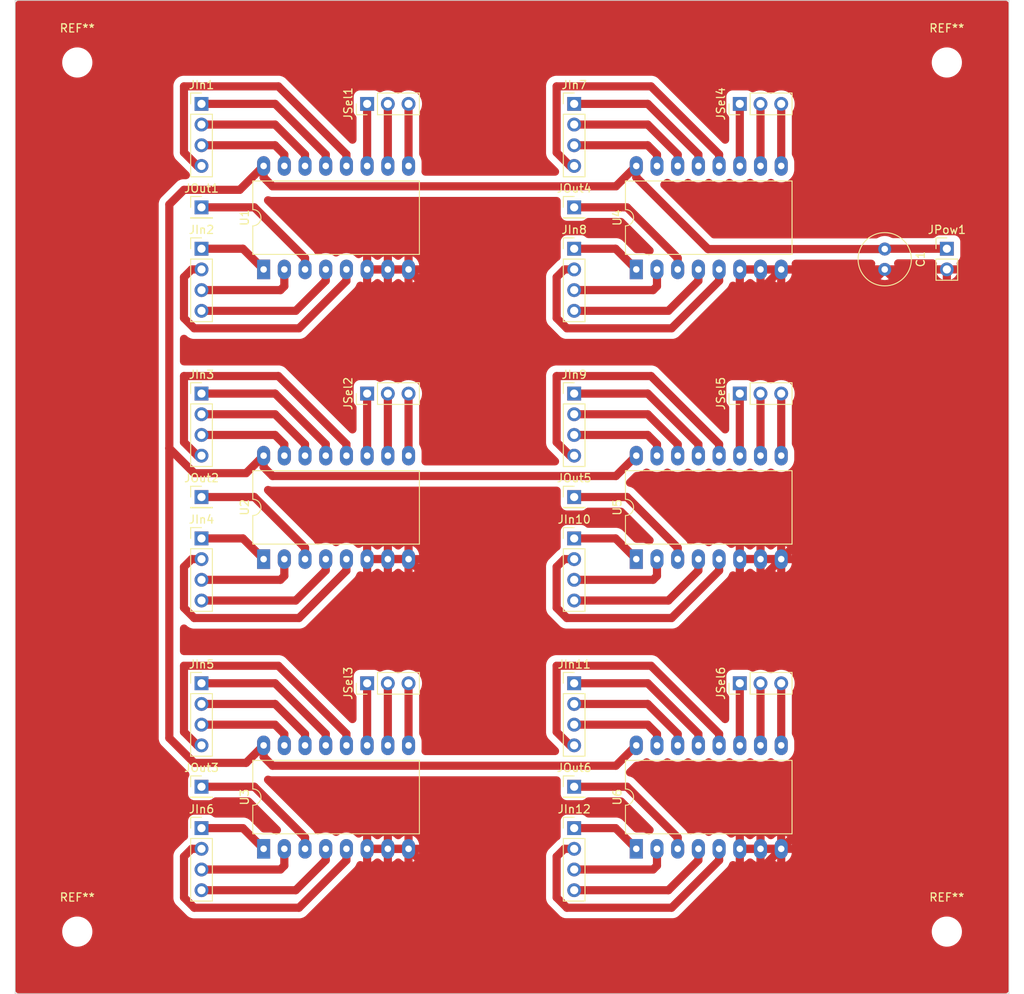
<source format=kicad_pcb>
(kicad_pcb (version 20221018) (generator pcbnew)
  (layers (0 "F.Cu" signal) (31 "B.Cu" signal) (34 "B.Paste" user) (35 "F.Paste" user) (36 "B.SilkS" user "B.Silkscreen") (37 "F.SilkS" user "F.Silkscreen") (38 "B.Mask" user) (39 "F.Mask" user) (44 "Edge.Cuts" user))
  (net 0 "")
  (net 1 "GND")
  (net 2 "Net-(JSel1-Pin_3)")
  (net 3 "Net-(JSel1-Pin_2)")
  (net 4 "Net-(JSel1-Pin_1)")
  (net 5 "Net-(JIn1-Pin_4)")
  (net 6 "Net-(JIn1-Pin_1)")
  (net 7 "Net-(JIn1-Pin_2)")
  (net 8 "Net-(JIn1-Pin_3)")
  (net 9 "Net-(JSel2-Pin_3)")
  (net 10 "Net-(JSel2-Pin_2)")
  (net 11 "Net-(JSel2-Pin_1)")
  (net 12 "Net-(JIn2-Pin_4)")
  (net 13 "Net-(JIn2-Pin_1)")
  (net 14 "Net-(JIn2-Pin_2)")
  (net 15 "Net-(JIn2-Pin_3)")
  (net 16 "Net-(JSel3-Pin_3)")
  (net 17 "Net-(JSel3-Pin_2)")
  (net 18 "Net-(JSel3-Pin_1)")
  (net 19 "Net-(JIn3-Pin_4)")
  (net 20 "Net-(JIn3-Pin_1)")
  (net 21 "Net-(JIn3-Pin_2)")
  (net 22 "Net-(JIn3-Pin_3)")
  (net 23 "VCC")
  (net 24 "Net-(JSel4-Pin_3)")
  (net 25 "Net-(JSel4-Pin_2)")
  (net 26 "Net-(JSel4-Pin_1)")
  (net 27 "Net-(JIn4-Pin_4)")
  (net 28 "Net-(JIn4-Pin_1)")
  (net 29 "Net-(JIn4-Pin_2)")
  (net 30 "Net-(JIn4-Pin_3)")
  (net 31 "Net-(JSel5-Pin_3)")
  (net 32 "Net-(JSel5-Pin_2)")
  (net 33 "Net-(JSel5-Pin_1)")
  (net 34 "Net-(JIn5-Pin_4)")
  (net 35 "Net-(JIn5-Pin_1)")
  (net 36 "Net-(JIn5-Pin_2)")
  (net 37 "Net-(JIn5-Pin_3)")
  (net 38 "Net-(JSel6-Pin_3)")
  (net 39 "Net-(JSel6-Pin_2)")
  (net 40 "Net-(JSel6-Pin_1)")
  (net 41 "Net-(JIn6-Pin_4)")
  (net 42 "Net-(JIn6-Pin_1)")
  (net 43 "Net-(JIn6-Pin_2)")
  (net 44 "Net-(JIn6-Pin_3)")
  (net 45 "Net-(JIn7-Pin_1)")
  (net 46 "Net-(JIn7-Pin_2)")
  (net 47 "Net-(JIn7-Pin_3)")
  (net 48 "Net-(JIn7-Pin_4)")
  (net 49 "Net-(JIn8-Pin_1)")
  (net 50 "Net-(JIn8-Pin_2)")
  (net 51 "Net-(JIn8-Pin_3)")
  (net 52 "Net-(JIn8-Pin_4)")
  (net 53 "Net-(JIn9-Pin_1)")
  (net 54 "Net-(JIn9-Pin_2)")
  (net 55 "Net-(JIn9-Pin_3)")
  (net 56 "Net-(JIn9-Pin_4)")
  (net 57 "Net-(JIn10-Pin_1)")
  (net 58 "Net-(JIn10-Pin_2)")
  (net 59 "Net-(JIn10-Pin_3)")
  (net 60 "Net-(JIn10-Pin_4)")
  (net 61 "Net-(JIn11-Pin_1)")
  (net 62 "Net-(JIn11-Pin_2)")
  (net 63 "Net-(JIn11-Pin_3)")
  (net 64 "Net-(JIn11-Pin_4)")
  (net 65 "Net-(JIn12-Pin_1)")
  (net 66 "Net-(JIn12-Pin_2)")
  (net 67 "Net-(JIn12-Pin_3)")
  (net 68 "Net-(JIn12-Pin_4)")
  (net 69 "Net-(JOut1-Pin_1)")
  (net 70 "Net-(JOut2-Pin_1)")
  (net 71 "Net-(JOut3-Pin_1)")
  (net 72 "Net-(JOut4-Pin_1)")
  (net 73 "Net-(JOut5-Pin_1)")
  (net 74 "Net-(JOut6-Pin_1)")
  (footprint "Connector_PinHeader_2.54mm:PinHeader_1x04_P2.54mm_Vertical" (layer "F.Cu") (at 134.62 88.9)
    (fp_text reference "JIn10")
    (fp_text value "Conn_01x04")
  )
  (footprint "Connector_PinHeader_2.54mm:PinHeader_1x04_P2.54mm_Vertical" (layer "F.Cu") (at 134.62 71.12)
    (fp_text reference "JIn9")
    (fp_text value "Conn_01x04")
  )
  (footprint "Connector_PinHeader_2.54mm:PinHeader_1x04_P2.54mm_Vertical" (layer "F.Cu") (at 88.9 35.56)
    (fp_text reference "JIn1")
    (fp_text value "Conn_01x04")
  )
  (footprint "Connector_PinHeader_2.54mm:PinHeader_1x04_P2.54mm_Vertical" (layer "F.Cu") (at 134.62 106.68)
    (fp_text reference "JIn11")
    (fp_text value "Conn_01x04")
  )
  (footprint "Library:DIP-16_W12.7mm_LongPads" (layer "F.Cu") (at 142.24 127 90)
    (fp_text reference "U6")
    (fp_text value "74HC4051")
  )
  (footprint "Library:DIP-16_W12.7mm_LongPads" (layer "F.Cu") (at 142.24 55.88 90)
    (fp_text reference "U4")
    (fp_text value "74HC4051")
  )
  (footprint "Connector_PinHeader_2.54mm:PinHeader_1x04_P2.54mm_Vertical" (layer "F.Cu") (at 88.9 124.46)
    (fp_text reference "JIn6")
    (fp_text value "Conn_01x04")
  )
  (footprint "Library:DIP-16_W12.7mm_LongPads" (layer "F.Cu") (at 96.52 55.88 90)
    (fp_text reference "U1")
    (fp_text value "74HC4051")
  )
  (footprint "Connector_PinHeader_2.54mm:PinHeader_1x02_P2.54mm_Vertical" (layer "F.Cu") (at 180.34 53.34)
    (fp_text reference "JPow1")
    (fp_text value "Conn_01x02")
  )
  (footprint "MountingHole:MountingHole_3.2mm_M3" (layer "F.Cu") (at 180.34 30.48)
    (fp_text reference "REF**")
    (fp_text value "MountingHole_3.2mm_M3")
  )
  (footprint "Connector_PinHeader_2.54mm:PinHeader_1x04_P2.54mm_Vertical" (layer "F.Cu") (at 134.62 35.56)
    (fp_text reference "JIn7")
    (fp_text value "Conn_01x04")
  )
  (footprint "Connector_PinHeader_2.54mm:PinHeader_1x01_P2.54mm_Vertical" (layer "F.Cu") (at 134.62 48.26)
    (fp_text reference "JOut4")
    (fp_text value "Conn_01x01")
  )
  (footprint "Library:DIP-16_W12.7mm_LongPads" (layer "F.Cu") (at 96.52 127 90)
    (fp_text reference "U3")
    (fp_text value "74HC4051")
  )
  (footprint "Connector_PinHeader_2.54mm:PinHeader_1x04_P2.54mm_Vertical" (layer "F.Cu") (at 134.62 124.46)
    (fp_text reference "JIn12")
    (fp_text value "Conn_01x04")
  )
  (footprint "Connector_PinHeader_2.54mm:PinHeader_1x03_P2.54mm_Vertical" (layer "F.Cu") (at 154.94 71.12 90)
    (fp_text reference "JSel5")
    (fp_text value "Conn_01x03")
  )
  (footprint "Connector_PinHeader_2.54mm:PinHeader_1x04_P2.54mm_Vertical" (layer "F.Cu") (at 88.9 71.12)
    (fp_text reference "JIn3")
    (fp_text value "Conn_01x04")
  )
  (footprint "MountingHole:MountingHole_3.2mm_M3" (layer "F.Cu") (at 180.34 137.16)
    (fp_text reference "REF**")
    (fp_text value "MountingHole_3.2mm_M3")
  )
  (footprint "Connector_PinHeader_2.54mm:PinHeader_1x03_P2.54mm_Vertical" (layer "F.Cu") (at 109.22 71.12 90)
    (fp_text reference "JSel2")
    (fp_text value "Conn_01x03")
  )
  (footprint "Library:DIP-16_W12.7mm_LongPads" (layer "F.Cu") (at 96.52 91.44 90)
    (fp_text reference "U2")
    (fp_text value "74HC4051")
  )
  (footprint "Capacitor_THT:C_Radial_D6.3mm_H5.0mm_P2.50mm" (layer "F.Cu") (at 172.72 53.38 -90)
    (fp_text reference "C1")
    (fp_text value "C")
  )
  (footprint "MountingHole:MountingHole_3.2mm_M3" (layer "F.Cu") (at 73.66 137.16)
    (fp_text reference "REF**")
    (fp_text value "MountingHole_3.2mm_M3")
  )
  (footprint "Connector_PinHeader_2.54mm:PinHeader_1x04_P2.54mm_Vertical" (layer "F.Cu") (at 134.62 53.34)
    (fp_text reference "JIn8")
    (fp_text value "Conn_01x04")
  )
  (footprint "Connector_PinHeader_2.54mm:PinHeader_1x01_P2.54mm_Vertical" (layer "F.Cu") (at 88.9 119.38)
    (fp_text reference "JOut3")
    (fp_text value "Conn_01x01")
  )
  (footprint "Connector_PinHeader_2.54mm:PinHeader_1x03_P2.54mm_Vertical" (layer "F.Cu") (at 154.94 106.68 90)
    (fp_text reference "JSel6")
    (fp_text value "Conn_01x03")
  )
  (footprint "MountingHole:MountingHole_3.2mm_M3" (layer "F.Cu") (at 73.66 30.48)
    (fp_text reference "REF**")
    (fp_text value "MountingHole_3.2mm_M3")
  )
  (footprint "Connector_PinHeader_2.54mm:PinHeader_1x03_P2.54mm_Vertical" (layer "F.Cu") (at 154.94 35.56 90)
    (fp_text reference "JSel4")
    (fp_text value "Conn_01x03")
  )
  (footprint "Connector_PinHeader_2.54mm:PinHeader_1x03_P2.54mm_Vertical" (layer "F.Cu") (at 109.22 35.56 90)
    (fp_text reference "JSel1")
    (fp_text value "Conn_01x03")
  )
  (footprint "Connector_PinHeader_2.54mm:PinHeader_1x01_P2.54mm_Vertical" (layer "F.Cu") (at 88.9 83.82)
    (fp_text reference "JOut2")
    (fp_text value "Conn_01x01")
  )
  (footprint "Connector_PinHeader_2.54mm:PinHeader_1x04_P2.54mm_Vertical" (layer "F.Cu") (at 88.9 106.68)
    (fp_text reference "JIn5")
    (fp_text value "Conn_01x04")
  )
  (footprint "Library:DIP-16_W12.7mm_LongPads" (layer "F.Cu") (at 142.24 91.44 90)
    (fp_text reference "U5")
    (fp_text value "74HC4051")
  )
  (footprint "Connector_PinHeader_2.54mm:PinHeader_1x04_P2.54mm_Vertical" (layer "F.Cu") (at 88.9 88.9)
    (fp_text reference "JIn4")
    (fp_text value "Conn_01x04")
  )
  (footprint "Connector_PinHeader_2.54mm:PinHeader_1x01_P2.54mm_Vertical" (layer "F.Cu") (at 134.62 83.82)
    (fp_text reference "JOut5")
    (fp_text value "Conn_01x01")
  )
  (footprint "Connector_PinHeader_2.54mm:PinHeader_1x03_P2.54mm_Vertical" (layer "F.Cu") (at 109.22 106.68 90)
    (fp_text reference "JSel3")
    (fp_text value "Conn_01x03")
  )
  (footprint "Connector_PinHeader_2.54mm:PinHeader_1x01_P2.54mm_Vertical" (layer "F.Cu") (at 88.9 48.26)
    (fp_text reference "JOut1")
    (fp_text value "Conn_01x01")
  )
  (footprint "Connector_PinHeader_2.54mm:PinHeader_1x04_P2.54mm_Vertical" (layer "F.Cu") (at 88.9 53.34)
    (fp_text reference "JIn2")
    (fp_text value "Conn_01x04")
  )
  (footprint "Connector_PinHeader_2.54mm:PinHeader_1x01_P2.54mm_Vertical" (layer "F.Cu") (at 134.62 119.38)
    (fp_text reference "JOut6")
    (fp_text value "Conn_01x01")
  )
  (gr_line (start 187.96 22.86) (end 66.04 22.86) (stroke (width 0.1)) (layer "Edge.Cuts"))
  (gr_line (start 66.04 22.86) (end 66.04 144.78) (stroke (width 0.1)) (layer "Edge.Cuts"))
  (gr_line (start 187.96 144.78) (end 66.04 144.78) (stroke (width 0.1)) (layer "Edge.Cuts"))
  (gr_line (start 187.96 22.86) (end 187.96 144.78) (stroke (width 0.1)) (layer "Edge.Cuts"))
  (segment (start 154.94 91.44) (end 157.48 91.44) (width 1) (layer "F.Cu") (net 1))
  (segment (start 165.1 121.92) (end 160.02 127) (width 1) (layer "F.Cu") (net 1))
  (segment (start 160.02 91.44) (end 165.1 86.36) (width 1) (layer "F.Cu") (net 1))
  (segment (start 165.1 86.36) (end 165.1 121.92) (width 1) (layer "F.Cu") (net 1))
  (segment (start 157.48 55.88) (end 160.02 55.88) (width 1) (layer "F.Cu") (net 1))
  (segment (start 109.22 91.44) (end 111.76 91.44) (width 1) (layer "F.Cu") (net 1))
  (segment (start 111.76 55.88) (end 114.3 55.88) (width 1) (layer "F.Cu") (net 1))
  (segment (start 123.33 64.91) (end 150.99 64.91) (width 1) (layer "F.Cu") (net 1))
  (segment (start 111.76 127) (end 114.3 127) (width 1) (layer "F.Cu") (net 1))
  (segment (start 180.34 55.88) (end 172.72 55.88) (width 1) (layer "F.Cu") (net 1))
  (segment (start 154.94 127) (end 157.48 127) (width 1) (layer "F.Cu") (net 1))
  (segment (start 111.76 91.44) (end 114.3 91.44) (width 1) (layer "F.Cu") (net 1))
  (segment (start 150.99 100.47) (end 160.02 91.44) (width 1) (layer "F.Cu") (net 1))
  (segment (start 172.72 55.88) (end 165.1 55.88) (width 1) (layer "F.Cu") (net 1))
  (segment (start 150.99 136.03) (end 160.02 127) (width 1) (layer "F.Cu") (net 1))
  (segment (start 157.48 127) (end 160.02 127) (width 1) (layer "F.Cu") (net 1))
  (segment (start 150.99 64.91) (end 160.02 55.88) (width 1) (layer "F.Cu") (net 1))
  (segment (start 165.1 86.36) (end 165.1 55.88) (width 1) (layer "F.Cu") (net 1))
  (segment (start 109.22 127) (end 111.76 127) (width 1) (layer "F.Cu") (net 1))
  (segment (start 114.3 55.88) (end 123.33 64.91) (width 1) (layer "F.Cu") (net 1))
  (segment (start 114.3 127) (end 123.33 136.03) (width 1) (layer "F.Cu") (net 1))
  (segment (start 123.33 136.03) (end 150.99 136.03) (width 1) (layer "F.Cu") (net 1))
  (segment (start 123.33 100.47) (end 150.99 100.47) (width 1) (layer "F.Cu") (net 1))
  (segment (start 109.22 55.88) (end 111.76 55.88) (width 1) (layer "F.Cu") (net 1))
  (segment (start 114.3 91.44) (end 123.33 100.47) (width 1) (layer "F.Cu") (net 1))
  (segment (start 154.94 55.88) (end 157.48 55.88) (width 1) (layer "F.Cu") (net 1))
  (segment (start 157.48 91.44) (end 160.02 91.44) (width 1) (layer "F.Cu") (net 1))
  (segment (start 165.1 55.88) (end 160.02 55.88) (width 1) (layer "F.Cu") (net 1))
  (segment (start 114.3 43.18) (end 114.3 35.56) (width 1) (layer "F.Cu") (net 2))
  (segment (start 111.76 43.18) (end 111.76 35.56) (width 1) (layer "F.Cu") (net 3))
  (segment (start 109.22 43.18) (end 109.22 35.56) (width 1) (layer "F.Cu") (net 4))
  (segment (start 88.39944 43.18) (end 88.9 43.18) (width 1) (layer "F.Cu") (net 5))
  (segment (start 86.75 33.41) (end 86.75 41.53056) (width 1) (layer "F.Cu") (net 5))
  (segment (start 98.326752 33.41) (end 86.75 33.41) (width 1) (layer "F.Cu") (net 5))
  (segment (start 106.68 43.18) (end 106.68 41.763248) (width 1) (layer "F.Cu") (net 5))
  (segment (start 86.75 41.53056) (end 88.39944 43.18) (width 1) (layer "F.Cu") (net 5))
  (segment (start 106.68 41.763248) (end 98.326752 33.41) (width 1) (layer "F.Cu") (net 5))
  (segment (start 97.931168 35.56) (end 88.9 35.56) (width 1) (layer "F.Cu") (net 6))
  (segment (start 104.14 41.768832) (end 97.931168 35.56) (width 1) (layer "F.Cu") (net 6))
  (segment (start 104.14 43.18) (end 104.14 41.768832) (width 1) (layer "F.Cu") (net 6))
  (segment (start 101.6 41.774416) (end 97.925584 38.1) (width 1) (layer "F.Cu") (net 7))
  (segment (start 101.6 43.18) (end 101.6 41.774416) (width 1) (layer "F.Cu") (net 7))
  (segment (start 97.925584 38.1) (end 88.9 38.1) (width 1) (layer "F.Cu") (net 7))
  (segment (start 99.06 41.78) (end 97.92 40.64) (width 1) (layer "F.Cu") (net 8))
  (segment (start 99.06 43.18) (end 99.06 41.78) (width 1) (layer "F.Cu") (net 8))
  (segment (start 97.92 40.64) (end 88.9 40.64) (width 1) (layer "F.Cu") (net 8))
  (segment (start 114.3 78.74) (end 114.3 71.12) (width 1) (layer "F.Cu") (net 9))
  (segment (start 111.76 78.74) (end 111.76 71.12) (width 1) (layer "F.Cu") (net 10))
  (segment (start 109.22 78.74) (end 109.22 71.12) (width 1) (layer "F.Cu") (net 11))
  (segment (start 104.14 57.28) (end 100.46 60.96) (width 1) (layer "F.Cu") (net 12))
  (segment (start 104.14 55.88) (end 104.14 57.28) (width 1) (layer "F.Cu") (net 12))
  (segment (start 100.46 60.96) (end 88.9 60.96) (width 1) (layer "F.Cu") (net 12))
  (segment (start 93.98 53.34) (end 88.9 53.34) (width 1) (layer "F.Cu") (net 13))
  (segment (start 96.52 55.88) (end 93.98 53.34) (width 1) (layer "F.Cu") (net 13))
  (segment (start 106.68 55.88) (end 106.68 57.285584) (width 1) (layer "F.Cu") (net 14))
  (segment (start 100.855584 63.11) (end 88.00944 63.11) (width 1) (layer "F.Cu") (net 14))
  (segment (start 106.68 57.285584) (end 100.855584 63.11) (width 1) (layer "F.Cu") (net 14))
  (segment (start 86.75 61.85056) (end 86.75 56.827919) (width 1) (layer "F.Cu") (net 14))
  (segment (start 87.697919 55.88) (end 88.9 55.88) (width 1) (layer "F.Cu") (net 14))
  (segment (start 88.00944 63.11) (end 86.75 61.85056) (width 1) (layer "F.Cu") (net 14))
  (segment (start 86.75 56.827919) (end 87.697919 55.88) (width 1) (layer "F.Cu") (net 14))
  (segment (start 99.06 55.88) (end 99.06 57.94) (width 1) (layer "F.Cu") (net 15))
  (segment (start 99.06 57.94) (end 98.58 58.42) (width 1) (layer "F.Cu") (net 15))
  (segment (start 98.58 58.42) (end 88.9 58.42) (width 1) (layer "F.Cu") (net 15))
  (segment (start 114.3 114.3) (end 114.3 106.68) (width 1) (layer "F.Cu") (net 16))
  (segment (start 111.76 114.3) (end 111.76 106.68) (width 1) (layer "F.Cu") (net 17))
  (segment (start 109.22 114.3) (end 109.22 106.68) (width 1) (layer "F.Cu") (net 18))
  (segment (start 86.75 68.97) (end 86.75 77.09056) (width 1) (layer "F.Cu") (net 19))
  (segment (start 106.68 77.323248) (end 98.326752 68.97) (width 1) (layer "F.Cu") (net 19))
  (segment (start 98.326752 68.97) (end 86.75 68.97) (width 1) (layer "F.Cu") (net 19))
  (segment (start 106.68 78.74) (end 106.68 77.323248) (width 1) (layer "F.Cu") (net 19))
  (segment (start 88.39944 78.74) (end 88.9 78.74) (width 1) (layer "F.Cu") (net 19))
  (segment (start 86.75 77.09056) (end 88.39944 78.74) (width 1) (layer "F.Cu") (net 19))
  (segment (start 104.14 77.328832) (end 97.931168 71.12) (width 1) (layer "F.Cu") (net 20))
  (segment (start 97.931168 71.12) (end 88.9 71.12) (width 1) (layer "F.Cu") (net 20))
  (segment (start 104.14 78.74) (end 104.14 77.328832) (width 1) (layer "F.Cu") (net 20))
  (segment (start 101.6 78.74) (end 101.6 77.334416) (width 1) (layer "F.Cu") (net 21))
  (segment (start 101.6 77.334416) (end 97.925584 73.66) (width 1) (layer "F.Cu") (net 21))
  (segment (start 97.925584 73.66) (end 88.9 73.66) (width 1) (layer "F.Cu") (net 21))
  (segment (start 97.92 76.2) (end 88.9 76.2) (width 1) (layer "F.Cu") (net 22))
  (segment (start 99.06 78.74) (end 99.06 77.34) (width 1) (layer "F.Cu") (net 22))
  (segment (start 99.06 77.34) (end 97.92 76.2) (width 1) (layer "F.Cu") (net 22))
  (segment (start 180.34 53.34) (end 172.76 53.34) (width 1) (layer "F.Cu") (net 23))
  (segment (start 94.37 116.45) (end 96.52 114.3) (width 1) (layer "F.Cu") (net 23))
  (segment (start 139.74 45.68) (end 97.62 45.68) (width 1) (layer "F.Cu") (net 23))
  (segment (start 97.62 116.8) (end 139.74 116.8) (width 1) (layer "F.Cu") (net 23))
  (segment (start 97.62 116.8) (end 96.52 115.7) (width 1) (layer "F.Cu") (net 23))
  (segment (start 86.75 46.11) (end 84.95 47.91) (width 1) (layer "F.Cu") (net 23))
  (segment (start 94.37 80.89) (end 96.52 78.74) (width 1) (layer "F.Cu") (net 23))
  (segment (start 96.52 80.14) (end 96.52 78.74) (width 1) (layer "F.Cu") (net 23))
  (segment (start 84.95 77.836144) (end 84.95 113.396144) (width 1) (layer "F.Cu") (net 23))
  (segment (start 97.62 81.24) (end 139.74 81.24) (width 1) (layer "F.Cu") (net 23))
  (segment (start 142.24 114.3) (end 139.74 116.8) (width 1) (layer "F.Cu") (net 23))
  (segment (start 142.24 44.58) (end 142.24 43.18) (width 1) (layer "F.Cu") (net 23))
  (segment (start 84.95 113.396144) (end 88.003856 116.45) (width 1) (layer "F.Cu") (net 23))
  (segment (start 96.52 43.18) (end 93.59 46.11) (width 1) (layer "F.Cu") (net 23))
  (segment (start 96.52 115.7) (end 96.52 114.3) (width 1) (layer "F.Cu") (net 23))
  (segment (start 142.24 78.74) (end 139.74 81.24) (width 1) (layer "F.Cu") (net 23))
  (segment (start 172.76 53.34) (end 172.72 53.38) (width 1) (layer "F.Cu") (net 23))
  (segment (start 151.04 53.38) (end 142.24 44.58) (width 1) (layer "F.Cu") (net 23))
  (segment (start 96.52 44.58) (end 96.52 43.18) (width 1) (layer "F.Cu") (net 23))
  (segment (start 88.003856 116.45) (end 94.37 116.45) (width 1) (layer "F.Cu") (net 23))
  (segment (start 93.59 46.11) (end 86.75 46.11) (width 1) (layer "F.Cu") (net 23))
  (segment (start 142.24 43.18) (end 139.74 45.68) (width 1) (layer "F.Cu") (net 23))
  (segment (start 88.003856 80.89) (end 94.37 80.89) (width 1) (layer "F.Cu") (net 23))
  (segment (start 172.72 53.38) (end 151.04 53.38) (width 1) (layer "F.Cu") (net 23))
  (segment (start 97.62 45.68) (end 96.52 44.58) (width 1) (layer "F.Cu") (net 23))
  (segment (start 84.95 47.91) (end 84.95 77.836144) (width 1) (layer "F.Cu") (net 23))
  (segment (start 97.62 81.24) (end 96.52 80.14) (width 1) (layer "F.Cu") (net 23))
  (segment (start 84.95 77.836144) (end 88.003856 80.89) (width 1) (layer "F.Cu") (net 23))
  (segment (start 160.02 43.18) (end 160.02 35.56) (width 1) (layer "F.Cu") (net 24))
  (segment (start 157.48 43.18) (end 157.48 35.56) (width 1) (layer "F.Cu") (net 25))
  (segment (start 154.94 43.18) (end 154.94 35.56) (width 1) (layer "F.Cu") (net 26))
  (segment (start 100.46 96.52) (end 88.9 96.52) (width 1) (layer "F.Cu") (net 27))
  (segment (start 104.14 91.44) (end 104.14 92.84) (width 1) (layer "F.Cu") (net 27))
  (segment (start 104.14 92.84) (end 100.46 96.52) (width 1) (layer "F.Cu") (net 27))
  (segment (start 96.52 91.44) (end 93.98 88.9) (width 1) (layer "F.Cu") (net 28))
  (segment (start 93.98 88.9) (end 88.9 88.9) (width 1) (layer "F.Cu") (net 28))
  (segment (start 88.00944 98.67) (end 86.75 97.41056) (width 1) (layer "F.Cu") (net 29))
  (segment (start 106.68 92.845584) (end 100.855584 98.67) (width 1) (layer "F.Cu") (net 29))
  (segment (start 86.75 92.387919) (end 87.697919 91.44) (width 1) (layer "F.Cu") (net 29))
  (segment (start 106.68 91.44) (end 106.68 92.845584) (width 1) (layer "F.Cu") (net 29))
  (segment (start 87.697919 91.44) (end 88.9 91.44) (width 1) (layer "F.Cu") (net 29))
  (segment (start 100.855584 98.67) (end 88.00944 98.67) (width 1) (layer "F.Cu") (net 29))
  (segment (start 86.75 97.41056) (end 86.75 92.387919) (width 1) (layer "F.Cu") (net 29))
  (segment (start 98.58 93.98) (end 88.9 93.98) (width 1) (layer "F.Cu") (net 30))
  (segment (start 99.06 93.5) (end 98.58 93.98) (width 1) (layer "F.Cu") (net 30))
  (segment (start 99.06 91.44) (end 99.06 93.5) (width 1) (layer "F.Cu") (net 30))
  (segment (start 160.02 78.74) (end 160.02 71.12) (width 1) (layer "F.Cu") (net 31))
  (segment (start 157.48 78.74) (end 157.48 71.12) (width 1) (layer "F.Cu") (net 32))
  (segment (start 154.94 78.74) (end 154.94 71.12) (width 1) (layer "F.Cu") (net 33))
  (segment (start 86.75 112.65056) (end 88.39944 114.3) (width 1) (layer "F.Cu") (net 34))
  (segment (start 86.75 104.53) (end 86.75 112.65056) (width 1) (layer "F.Cu") (net 34))
  (segment (start 106.68 114.3) (end 106.68 112.883248) (width 1) (layer "F.Cu") (net 34))
  (segment (start 106.68 112.883248) (end 98.326752 104.53) (width 1) (layer "F.Cu") (net 34))
  (segment (start 88.39944 114.3) (end 88.9 114.3) (width 1) (layer "F.Cu") (net 34))
  (segment (start 98.326752 104.53) (end 86.75 104.53) (width 1) (layer "F.Cu") (net 34))
  (segment (start 97.931168 106.68) (end 88.9 106.68) (width 1) (layer "F.Cu") (net 35))
  (segment (start 104.14 112.888832) (end 97.931168 106.68) (width 1) (layer "F.Cu") (net 35))
  (segment (start 104.14 114.3) (end 104.14 112.888832) (width 1) (layer "F.Cu") (net 35))
  (segment (start 101.6 112.894416) (end 97.925584 109.22) (width 1) (layer "F.Cu") (net 36))
  (segment (start 101.6 114.3) (end 101.6 112.894416) (width 1) (layer "F.Cu") (net 36))
  (segment (start 97.925584 109.22) (end 88.9 109.22) (width 1) (layer "F.Cu") (net 36))
  (segment (start 99.06 114.3) (end 99.06 112.9) (width 1) (layer "F.Cu") (net 37))
  (segment (start 99.06 112.9) (end 97.92 111.76) (width 1) (layer "F.Cu") (net 37))
  (segment (start 97.92 111.76) (end 88.9 111.76) (width 1) (layer "F.Cu") (net 37))
  (segment (start 160.02 114.3) (end 160.02 106.68) (width 1) (layer "F.Cu") (net 38))
  (segment (start 157.48 114.3) (end 157.48 106.68) (width 1) (layer "F.Cu") (net 39))
  (segment (start 154.94 114.3) (end 154.94 106.68) (width 1) (layer "F.Cu") (net 40))
  (segment (start 104.14 128.4) (end 100.46 132.08) (width 1) (layer "F.Cu") (net 41))
  (segment (start 100.46 132.08) (end 88.9 132.08) (width 1) (layer "F.Cu") (net 41))
  (segment (start 104.14 127) (end 104.14 128.4) (width 1) (layer "F.Cu") (net 41))
  (segment (start 96.52 127) (end 93.98 124.46) (width 1) (layer "F.Cu") (net 42))
  (segment (start 93.98 124.46) (end 88.9 124.46) (width 1) (layer "F.Cu") (net 42))
  (segment (start 87.697919 127) (end 88.9 127) (width 1) (layer "F.Cu") (net 43))
  (segment (start 86.75 132.97056) (end 86.75 127.947919) (width 1) (layer "F.Cu") (net 43))
  (segment (start 100.855584 134.23) (end 88.00944 134.23) (width 1) (layer "F.Cu") (net 43))
  (segment (start 88.00944 134.23) (end 86.75 132.97056) (width 1) (layer "F.Cu") (net 43))
  (segment (start 106.68 127) (end 106.68 128.405584) (width 1) (layer "F.Cu") (net 43))
  (segment (start 86.75 127.947919) (end 87.697919 127) (width 1) (layer "F.Cu") (net 43))
  (segment (start 106.68 128.405584) (end 100.855584 134.23) (width 1) (layer "F.Cu") (net 43))
  (segment (start 99.06 129.06) (end 98.58 129.54) (width 1) (layer "F.Cu") (net 44))
  (segment (start 99.06 127) (end 99.06 129.06) (width 1) (layer "F.Cu") (net 44))
  (segment (start 98.58 129.54) (end 88.9 129.54) (width 1) (layer "F.Cu") (net 44))
  (segment (start 143.651168 35.56) (end 134.62 35.56) (width 1) (layer "F.Cu") (net 45))
  (segment (start 149.86 43.18) (end 149.86 41.768832) (width 1) (layer "F.Cu") (net 45))
  (segment (start 149.86 41.768832) (end 143.651168 35.56) (width 1) (layer "F.Cu") (net 45))
  (segment (start 147.32 43.18) (end 147.32 41.774416) (width 1) (layer "F.Cu") (net 46))
  (segment (start 147.32 41.774416) (end 143.645584 38.1) (width 1) (layer "F.Cu") (net 46))
  (segment (start 143.645584 38.1) (end 134.62 38.1) (width 1) (layer "F.Cu") (net 46))
  (segment (start 143.64 40.64) (end 134.62 40.64) (width 1) (layer "F.Cu") (net 47))
  (segment (start 144.78 43.18) (end 144.78 41.78) (width 1) (layer "F.Cu") (net 47))
  (segment (start 144.78 41.78) (end 143.64 40.64) (width 1) (layer "F.Cu") (net 47))
  (segment (start 144.046752 33.41) (end 132.47 33.41) (width 1) (layer "F.Cu") (net 48))
  (segment (start 132.47 41.53056) (end 134.11944 43.18) (width 1) (layer "F.Cu") (net 48))
  (segment (start 152.4 41.763248) (end 144.046752 33.41) (width 1) (layer "F.Cu") (net 48))
  (segment (start 152.4 43.18) (end 152.4 41.763248) (width 1) (layer "F.Cu") (net 48))
  (segment (start 132.47 33.41) (end 132.47 41.53056) (width 1) (layer "F.Cu") (net 48))
  (segment (start 134.11944 43.18) (end 134.62 43.18) (width 1) (layer "F.Cu") (net 48))
  (segment (start 139.7 53.34) (end 134.62 53.34) (width 1) (layer "F.Cu") (net 49))
  (segment (start 142.24 55.88) (end 139.7 53.34) (width 1) (layer "F.Cu") (net 49))
  (segment (start 133.72944 63.11) (end 132.47 61.85056) (width 1) (layer "F.Cu") (net 50))
  (segment (start 133.417919 55.88) (end 134.62 55.88) (width 1) (layer "F.Cu") (net 50))
  (segment (start 152.4 55.88) (end 152.4 57.285584) (width 1) (layer "F.Cu") (net 50))
  (segment (start 146.575584 63.11) (end 133.72944 63.11) (width 1) (layer "F.Cu") (net 50))
  (segment (start 152.4 57.285584) (end 146.575584 63.11) (width 1) (layer "F.Cu") (net 50))
  (segment (start 132.47 61.85056) (end 132.47 56.827919) (width 1) (layer "F.Cu") (net 50))
  (segment (start 132.47 56.827919) (end 133.417919 55.88) (width 1) (layer "F.Cu") (net 50))
  (segment (start 144.78 55.88) (end 144.78 57.94) (width 1) (layer "F.Cu") (net 51))
  (segment (start 144.3 58.42) (end 134.62 58.42) (width 1) (layer "F.Cu") (net 51))
  (segment (start 144.78 57.94) (end 144.3 58.42) (width 1) (layer "F.Cu") (net 51))
  (segment (start 149.86 55.88) (end 149.86 57.28) (width 1) (layer "F.Cu") (net 52))
  (segment (start 149.86 57.28) (end 146.18 60.96) (width 1) (layer "F.Cu") (net 52))
  (segment (start 146.18 60.96) (end 134.62 60.96) (width 1) (layer "F.Cu") (net 52))
  (segment (start 149.86 78.74) (end 149.86 77.328832) (width 1) (layer "F.Cu") (net 53))
  (segment (start 149.86 77.328832) (end 143.651168 71.12) (width 1) (layer "F.Cu") (net 53))
  (segment (start 143.651168 71.12) (end 134.62 71.12) (width 1) (layer "F.Cu") (net 53))
  (segment (start 147.32 78.74) (end 147.32 77.334416) (width 1) (layer "F.Cu") (net 54))
  (segment (start 143.645584 73.66) (end 134.62 73.66) (width 1) (layer "F.Cu") (net 54))
  (segment (start 147.32 77.334416) (end 143.645584 73.66) (width 1) (layer "F.Cu") (net 54))
  (segment (start 144.78 77.34) (end 143.64 76.2) (width 1) (layer "F.Cu") (net 55))
  (segment (start 144.78 78.74) (end 144.78 77.34) (width 1) (layer "F.Cu") (net 55))
  (segment (start 143.64 76.2) (end 134.62 76.2) (width 1) (layer "F.Cu") (net 55))
  (segment (start 152.4 77.323248) (end 144.046752 68.97) (width 1) (layer "F.Cu") (net 56))
  (segment (start 132.47 77.09056) (end 134.11944 78.74) (width 1) (layer "F.Cu") (net 56))
  (segment (start 144.046752 68.97) (end 132.47 68.97) (width 1) (layer "F.Cu") (net 56))
  (segment (start 152.4 78.74) (end 152.4 77.323248) (width 1) (layer "F.Cu") (net 56))
  (segment (start 134.11944 78.74) (end 134.62 78.74) (width 1) (layer "F.Cu") (net 56))
  (segment (start 132.47 68.97) (end 132.47 77.09056) (width 1) (layer "F.Cu") (net 56))
  (segment (start 142.24 91.44) (end 139.7 88.9) (width 1) (layer "F.Cu") (net 57))
  (segment (start 139.7 88.9) (end 134.62 88.9) (width 1) (layer "F.Cu") (net 57))
  (segment (start 132.47 97.41056) (end 132.47 92.387919) (width 1) (layer "F.Cu") (net 58))
  (segment (start 152.4 91.44) (end 152.4 92.845584) (width 1) (layer "F.Cu") (net 58))
  (segment (start 133.72944 98.67) (end 132.47 97.41056) (width 1) (layer "F.Cu") (net 58))
  (segment (start 133.417919 91.44) (end 134.62 91.44) (width 1) (layer "F.Cu") (net 58))
  (segment (start 146.575584 98.67) (end 133.72944 98.67) (width 1) (layer "F.Cu") (net 58))
  (segment (start 132.47 92.387919) (end 133.417919 91.44) (width 1) (layer "F.Cu") (net 58))
  (segment (start 152.4 92.845584) (end 146.575584 98.67) (width 1) (layer "F.Cu") (net 58))
  (segment (start 144.3 93.98) (end 134.62 93.98) (width 1) (layer "F.Cu") (net 59))
  (segment (start 144.78 93.5) (end 144.3 93.98) (width 1) (layer "F.Cu") (net 59))
  (segment (start 144.78 91.44) (end 144.78 93.5) (width 1) (layer "F.Cu") (net 59))
  (segment (start 146.18 96.52) (end 134.62 96.52) (width 1) (layer "F.Cu") (net 60))
  (segment (start 149.86 91.44) (end 149.86 92.84) (width 1) (layer "F.Cu") (net 60))
  (segment (start 149.86 92.84) (end 146.18 96.52) (width 1) (layer "F.Cu") (net 60))
  (segment (start 149.86 112.888832) (end 143.651168 106.68) (width 1) (layer "F.Cu") (net 61))
  (segment (start 143.651168 106.68) (end 134.62 106.68) (width 1) (layer "F.Cu") (net 61))
  (segment (start 149.86 114.3) (end 149.86 112.888832) (width 1) (layer "F.Cu") (net 61))
  (segment (start 147.32 112.894416) (end 143.645584 109.22) (width 1) (layer "F.Cu") (net 62))
  (segment (start 143.645584 109.22) (end 134.62 109.22) (width 1) (layer "F.Cu") (net 62))
  (segment (start 147.32 114.3) (end 147.32 112.894416) (width 1) (layer "F.Cu") (net 62))
  (segment (start 144.78 112.9) (end 143.64 111.76) (width 1) (layer "F.Cu") (net 63))
  (segment (start 144.78 114.3) (end 144.78 112.9) (width 1) (layer "F.Cu") (net 63))
  (segment (start 143.64 111.76) (end 134.62 111.76) (width 1) (layer "F.Cu") (net 63))
  (segment (start 152.4 112.883248) (end 144.046752 104.53) (width 1) (layer "F.Cu") (net 64))
  (segment (start 152.4 114.3) (end 152.4 112.883248) (width 1) (layer "F.Cu") (net 64))
  (segment (start 134.11944 114.3) (end 134.62 114.3) (width 1) (layer "F.Cu") (net 64))
  (segment (start 144.046752 104.53) (end 132.47 104.53) (width 1) (layer "F.Cu") (net 64))
  (segment (start 132.47 112.65056) (end 134.11944 114.3) (width 1) (layer "F.Cu") (net 64))
  (segment (start 132.47 104.53) (end 132.47 112.65056) (width 1) (layer "F.Cu") (net 64))
  (segment (start 142.24 127) (end 139.7 124.46) (width 1) (layer "F.Cu") (net 65))
  (segment (start 139.7 124.46) (end 134.62 124.46) (width 1) (layer "F.Cu") (net 65))
  (segment (start 132.47 132.97056) (end 132.47 127.947919) (width 1) (layer "F.Cu") (net 66))
  (segment (start 133.72944 134.23) (end 132.47 132.97056) (width 1) (layer "F.Cu") (net 66))
  (segment (start 133.417919 127) (end 134.62 127) (width 1) (layer "F.Cu") (net 66))
  (segment (start 152.4 127) (end 152.4 128.405584) (width 1) (layer "F.Cu") (net 66))
  (segment (start 132.47 127.947919) (end 133.417919 127) (width 1) (layer "F.Cu") (net 66))
  (segment (start 146.575584 134.23) (end 133.72944 134.23) (width 1) (layer "F.Cu") (net 66))
  (segment (start 152.4 128.405584) (end 146.575584 134.23) (width 1) (layer "F.Cu") (net 66))
  (segment (start 144.3 129.54) (end 134.62 129.54) (width 1) (layer "F.Cu") (net 67))
  (segment (start 144.78 127) (end 144.78 129.06) (width 1) (layer "F.Cu") (net 67))
  (segment (start 144.78 129.06) (end 144.3 129.54) (width 1) (layer "F.Cu") (net 67))
  (segment (start 149.86 127) (end 149.86 128.4) (width 1) (layer "F.Cu") (net 68))
  (segment (start 149.86 128.4) (end 146.18 132.08) (width 1) (layer "F.Cu") (net 68))
  (segment (start 146.18 132.08) (end 134.62 132.08) (width 1) (layer "F.Cu") (net 68))
  (segment (start 101.6 54.48) (end 95.38 48.26) (width 1) (layer "F.Cu") (net 69))
  (segment (start 95.38 48.26) (end 88.9 48.26) (width 1) (layer "F.Cu") (net 69))
  (segment (start 101.6 55.88) (end 101.6 54.48) (width 1) (layer "F.Cu") (net 69))
  (segment (start 101.6 90.04) (end 95.38 83.82) (width 1) (layer "F.Cu") (net 70))
  (segment (start 101.6 91.44) (end 101.6 90.04) (width 1) (layer "F.Cu") (net 70))
  (segment (start 95.38 83.82) (end 88.9 83.82) (width 1) (layer "F.Cu") (net 70))
  (segment (start 101.6 127) (end 101.6 125.6) (width 1) (layer "F.Cu") (net 71))
  (segment (start 101.6 125.6) (end 95.38 119.38) (width 1) (layer "F.Cu") (net 71))
  (segment (start 95.38 119.38) (end 88.9 119.38) (width 1) (layer "F.Cu") (net 71))
  (segment (start 141.1 48.26) (end 134.62 48.26) (width 1) (layer "F.Cu") (net 72))
  (segment (start 147.32 54.48) (end 141.1 48.26) (width 1) (layer "F.Cu") (net 72))
  (segment (start 147.32 55.88) (end 147.32 54.48) (width 1) (layer "F.Cu") (net 72))
  (segment (start 147.32 90.04) (end 141.1 83.82) (width 1) (layer "F.Cu") (net 73))
  (segment (start 141.1 83.82) (end 134.62 83.82) (width 1) (layer "F.Cu") (net 73))
  (segment (start 147.32 91.44) (end 147.32 90.04) (width 1) (layer "F.Cu") (net 73))
  (segment (start 147.32 127) (end 147.32 125.6) (width 1) (layer "F.Cu") (net 74))
  (segment (start 141.1 119.38) (end 134.62 119.38) (width 1) (layer "F.Cu") (net 74))
  (segment (start 147.32 125.6) (end 141.1 119.38) (width 1) (layer "F.Cu") (net 74))
  (zone (net 1) (net_name "GND") (layer "F.Cu") (connect_pads (clearance 0.8)) (min_thickness 1) (fill yes (thermal_gap 0.5) (thermal_bridge_width 1))
    (polygon (pts (xy 66.04 22.86) (xy 187.96 22.86) (xy 187.96 144.78) (xy 66.04 144.78)))
  )
)
</source>
